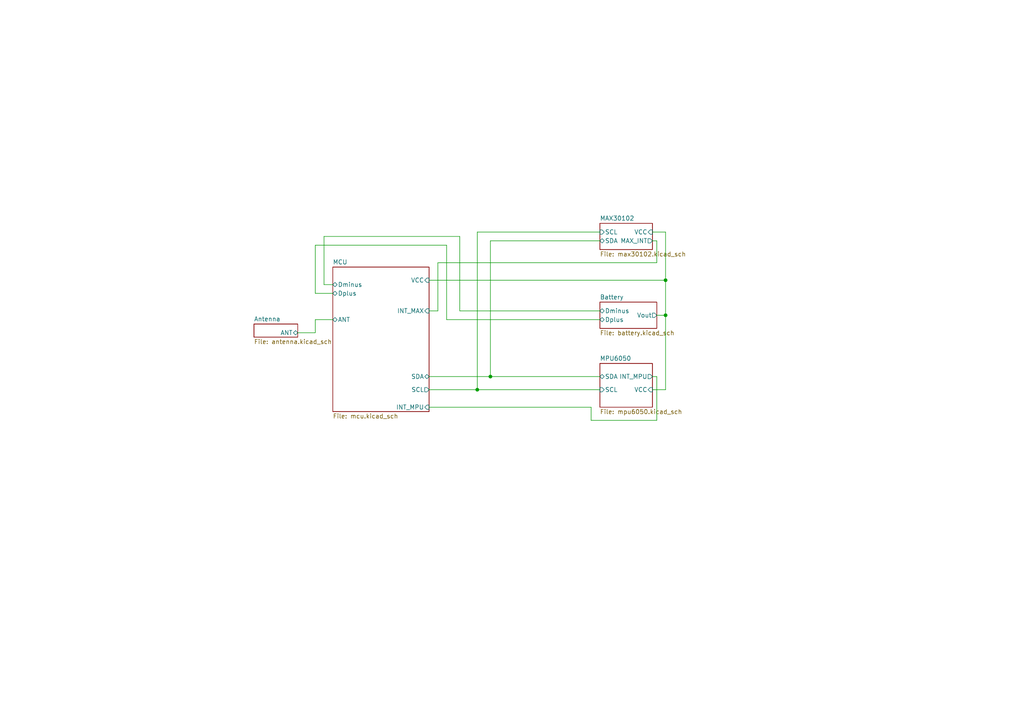
<source format=kicad_sch>
(kicad_sch
	(version 20250114)
	(generator "eeschema")
	(generator_version "9.0")
	(uuid "1249f778-de2d-49b4-b768-08b76b87278f")
	(paper "A4")
	(lib_symbols)
	(junction
		(at 142.24 109.22)
		(diameter 0)
		(color 0 0 0 0)
		(uuid "d39f5e8a-dc0e-4083-8e9b-d9f70f226672")
	)
	(junction
		(at 193.04 91.44)
		(diameter 0)
		(color 0 0 0 0)
		(uuid "f483fe3e-547f-4006-bc2d-fc52345dc2f2")
	)
	(junction
		(at 138.43 113.03)
		(diameter 0)
		(color 0 0 0 0)
		(uuid "fa4e7e99-e1b0-4c7b-b7ed-79b453cbc823")
	)
	(junction
		(at 193.04 81.28)
		(diameter 0)
		(color 0 0 0 0)
		(uuid "fd7aa2f0-d4ab-415e-b5b7-1802ee5e4188")
	)
	(wire
		(pts
			(xy 190.5 91.44) (xy 193.04 91.44)
		)
		(stroke
			(width 0)
			(type default)
		)
		(uuid "016d2b30-e7eb-4ef5-97c5-2420325bb698")
	)
	(wire
		(pts
			(xy 171.45 118.11) (xy 171.45 121.92)
		)
		(stroke
			(width 0)
			(type default)
		)
		(uuid "0dabb240-0ec8-4257-b58d-a136616b3207")
	)
	(wire
		(pts
			(xy 193.04 67.31) (xy 193.04 81.28)
		)
		(stroke
			(width 0)
			(type default)
		)
		(uuid "0df4fee4-26dd-4de9-8b92-452b9909efd2")
	)
	(wire
		(pts
			(xy 91.44 96.52) (xy 91.44 92.71)
		)
		(stroke
			(width 0)
			(type default)
		)
		(uuid "116e3818-5dd7-4e86-bb51-54e2cd3507a5")
	)
	(wire
		(pts
			(xy 129.54 92.71) (xy 129.54 71.12)
		)
		(stroke
			(width 0)
			(type default)
		)
		(uuid "148bbd38-2f32-4d6b-aca9-b3ff55430d74")
	)
	(wire
		(pts
			(xy 93.98 82.55) (xy 96.52 82.55)
		)
		(stroke
			(width 0)
			(type default)
		)
		(uuid "19733687-d38e-4f06-bcfa-a02ec4f1700d")
	)
	(wire
		(pts
			(xy 190.5 121.92) (xy 190.5 109.22)
		)
		(stroke
			(width 0)
			(type default)
		)
		(uuid "1d794a98-c409-4282-985f-ae52e254bd8e")
	)
	(wire
		(pts
			(xy 138.43 113.03) (xy 173.99 113.03)
		)
		(stroke
			(width 0)
			(type default)
		)
		(uuid "32586c68-5520-4ad6-8408-0048c36b984a")
	)
	(wire
		(pts
			(xy 138.43 67.31) (xy 138.43 113.03)
		)
		(stroke
			(width 0)
			(type default)
		)
		(uuid "3d36f026-5102-46e8-a40c-bdad23d5e782")
	)
	(wire
		(pts
			(xy 129.54 71.12) (xy 91.44 71.12)
		)
		(stroke
			(width 0)
			(type default)
		)
		(uuid "41484ca5-ab95-4810-b225-3864366c176b")
	)
	(wire
		(pts
			(xy 93.98 68.58) (xy 93.98 82.55)
		)
		(stroke
			(width 0)
			(type default)
		)
		(uuid "489673b6-0a8f-428a-8671-646e8c126fc7")
	)
	(wire
		(pts
			(xy 124.46 118.11) (xy 171.45 118.11)
		)
		(stroke
			(width 0)
			(type default)
		)
		(uuid "58415859-deb1-42b2-a776-bad545b1d1a7")
	)
	(wire
		(pts
			(xy 173.99 69.85) (xy 142.24 69.85)
		)
		(stroke
			(width 0)
			(type default)
		)
		(uuid "5a693113-a43c-4ba4-86f0-8cda99ab55a2")
	)
	(wire
		(pts
			(xy 124.46 113.03) (xy 138.43 113.03)
		)
		(stroke
			(width 0)
			(type default)
		)
		(uuid "637f12b9-5946-4637-b79a-e63e88f1224a")
	)
	(wire
		(pts
			(xy 127 76.2) (xy 190.5 76.2)
		)
		(stroke
			(width 0)
			(type default)
		)
		(uuid "672eeb0b-bf31-4eed-92d0-5e7c6ccfc816")
	)
	(wire
		(pts
			(xy 138.43 67.31) (xy 173.99 67.31)
		)
		(stroke
			(width 0)
			(type default)
		)
		(uuid "6b6e1ff1-27de-459e-b89b-3e75d48f3497")
	)
	(wire
		(pts
			(xy 86.36 96.52) (xy 91.44 96.52)
		)
		(stroke
			(width 0)
			(type default)
		)
		(uuid "6e78bade-fe82-4968-ae12-733a33b25b9a")
	)
	(wire
		(pts
			(xy 189.23 67.31) (xy 193.04 67.31)
		)
		(stroke
			(width 0)
			(type default)
		)
		(uuid "76fa4876-83b0-408d-be62-dfb081d81fb1")
	)
	(wire
		(pts
			(xy 193.04 113.03) (xy 189.23 113.03)
		)
		(stroke
			(width 0)
			(type default)
		)
		(uuid "80938671-447d-42b2-b252-c6cce0122512")
	)
	(wire
		(pts
			(xy 133.35 68.58) (xy 93.98 68.58)
		)
		(stroke
			(width 0)
			(type default)
		)
		(uuid "82e5718f-3715-45b5-b0f5-ec0adb7f7507")
	)
	(wire
		(pts
			(xy 189.23 69.85) (xy 190.5 69.85)
		)
		(stroke
			(width 0)
			(type default)
		)
		(uuid "84aa4a26-3eb8-4095-bb10-13a5078e20f1")
	)
	(wire
		(pts
			(xy 190.5 76.2) (xy 190.5 69.85)
		)
		(stroke
			(width 0)
			(type default)
		)
		(uuid "8540e2ec-d980-4ef5-a738-5f560d909be3")
	)
	(wire
		(pts
			(xy 133.35 68.58) (xy 133.35 90.17)
		)
		(stroke
			(width 0)
			(type default)
		)
		(uuid "8920ac7f-b54b-4190-9d58-1c70538bbcd5")
	)
	(wire
		(pts
			(xy 124.46 109.22) (xy 142.24 109.22)
		)
		(stroke
			(width 0)
			(type default)
		)
		(uuid "909380dc-a403-4311-9084-34f864ef8ce1")
	)
	(wire
		(pts
			(xy 142.24 69.85) (xy 142.24 109.22)
		)
		(stroke
			(width 0)
			(type default)
		)
		(uuid "92abe903-5bb2-4fed-b995-5728464633f4")
	)
	(wire
		(pts
			(xy 193.04 81.28) (xy 193.04 91.44)
		)
		(stroke
			(width 0)
			(type default)
		)
		(uuid "93a34a18-1695-443d-b854-9495720ecd87")
	)
	(wire
		(pts
			(xy 91.44 92.71) (xy 96.52 92.71)
		)
		(stroke
			(width 0)
			(type default)
		)
		(uuid "94998b1a-9ef4-4bd2-bb2e-3d909c3491ca")
	)
	(wire
		(pts
			(xy 124.46 81.28) (xy 193.04 81.28)
		)
		(stroke
			(width 0)
			(type default)
		)
		(uuid "97299745-1ab3-4e3d-8b33-12b53535f4c2")
	)
	(wire
		(pts
			(xy 127 90.17) (xy 127 76.2)
		)
		(stroke
			(width 0)
			(type default)
		)
		(uuid "9fa420c0-ed34-4368-93f3-77de385c5960")
	)
	(wire
		(pts
			(xy 124.46 90.17) (xy 127 90.17)
		)
		(stroke
			(width 0)
			(type default)
		)
		(uuid "aea2b582-4b08-4151-ac43-30fcf4250be5")
	)
	(wire
		(pts
			(xy 91.44 85.09) (xy 96.52 85.09)
		)
		(stroke
			(width 0)
			(type default)
		)
		(uuid "be030c25-35d2-4e74-999f-b22e89006c71")
	)
	(wire
		(pts
			(xy 133.35 90.17) (xy 173.99 90.17)
		)
		(stroke
			(width 0)
			(type default)
		)
		(uuid "c00f0852-85a7-4b8f-88bc-fdd5ef64ba71")
	)
	(wire
		(pts
			(xy 173.99 92.71) (xy 129.54 92.71)
		)
		(stroke
			(width 0)
			(type default)
		)
		(uuid "d729e466-9126-4012-8341-e0f5e368ebde")
	)
	(wire
		(pts
			(xy 173.99 109.22) (xy 142.24 109.22)
		)
		(stroke
			(width 0)
			(type default)
		)
		(uuid "dcd8b7ad-d449-4e21-86a2-5d3ed020b88c")
	)
	(wire
		(pts
			(xy 189.23 109.22) (xy 190.5 109.22)
		)
		(stroke
			(width 0)
			(type default)
		)
		(uuid "e4545847-c4ab-48f8-b8b9-26c591485460")
	)
	(wire
		(pts
			(xy 91.44 71.12) (xy 91.44 85.09)
		)
		(stroke
			(width 0)
			(type default)
		)
		(uuid "ec9dabc3-0d52-45d1-a710-4128013fd1b3")
	)
	(wire
		(pts
			(xy 193.04 91.44) (xy 193.04 113.03)
		)
		(stroke
			(width 0)
			(type default)
		)
		(uuid "f6e859ad-26e9-4b79-b8a7-1f6a0f8cf670")
	)
	(wire
		(pts
			(xy 171.45 121.92) (xy 190.5 121.92)
		)
		(stroke
			(width 0)
			(type default)
		)
		(uuid "fbbad273-9cd4-401f-ac25-64f4a0fd27a4")
	)
	(sheet
		(at 173.99 87.63)
		(size 16.51 7.62)
		(exclude_from_sim no)
		(in_bom yes)
		(on_board yes)
		(dnp no)
		(fields_autoplaced yes)
		(stroke
			(width 0.1524)
			(type solid)
		)
		(fill
			(color 0 0 0 0.0000)
		)
		(uuid "229629cb-a49c-4768-b0e8-d6cfdb6777f2")
		(property "Sheetname" "Battery"
			(at 173.99 86.9184 0)
			(effects
				(font
					(size 1.27 1.27)
				)
				(justify left bottom)
			)
		)
		(property "Sheetfile" "battery.kicad_sch"
			(at 173.99 95.8346 0)
			(effects
				(font
					(size 1.27 1.27)
				)
				(justify left top)
			)
		)
		(pin "Vout" output
			(at 190.5 91.44 0)
			(uuid "293d1e59-b1c1-451e-b909-765ec4de7dd6")
			(effects
				(font
					(size 1.27 1.27)
				)
				(justify right)
			)
		)
		(pin "Dminus" bidirectional
			(at 173.99 90.17 180)
			(uuid "23a61790-f086-4410-89fd-63b125479c13")
			(effects
				(font
					(size 1.27 1.27)
				)
				(justify left)
			)
		)
		(pin "Dplus" bidirectional
			(at 173.99 92.71 180)
			(uuid "f808aa45-4370-470a-8326-0ecfa65743df")
			(effects
				(font
					(size 1.27 1.27)
				)
				(justify left)
			)
		)
		(instances
			(project "CareLoop_PCB"
				(path "/1249f778-de2d-49b4-b768-08b76b87278f"
					(page "5")
				)
			)
		)
	)
	(sheet
		(at 173.99 105.41)
		(size 15.24 12.7)
		(exclude_from_sim no)
		(in_bom yes)
		(on_board yes)
		(dnp no)
		(fields_autoplaced yes)
		(stroke
			(width 0.1524)
			(type solid)
		)
		(fill
			(color 0 0 0 0.0000)
		)
		(uuid "2740786f-be08-4dc9-b089-426f17e30b14")
		(property "Sheetname" "MPU6050"
			(at 173.99 104.6984 0)
			(effects
				(font
					(size 1.27 1.27)
				)
				(justify left bottom)
			)
		)
		(property "Sheetfile" "mpu6050.kicad_sch"
			(at 173.99 118.6946 0)
			(effects
				(font
					(size 1.27 1.27)
				)
				(justify left top)
			)
		)
		(pin "INT_MPU" output
			(at 189.23 109.22 0)
			(uuid "daa31a79-0a94-4fca-9c7e-1f1a4f98218e")
			(effects
				(font
					(size 1.27 1.27)
				)
				(justify right)
			)
		)
		(pin "SCL" input
			(at 173.99 113.03 180)
			(uuid "690426ad-1916-4d57-9453-d6100322bbbb")
			(effects
				(font
					(size 1.27 1.27)
				)
				(justify left)
			)
		)
		(pin "SDA" bidirectional
			(at 173.99 109.22 180)
			(uuid "bd72bd3e-173a-4547-89f0-c4f8dfe327fc")
			(effects
				(font
					(size 1.27 1.27)
				)
				(justify left)
			)
		)
		(pin "VCC" input
			(at 189.23 113.03 0)
			(uuid "b3318a48-b291-4aaf-ad08-d40d83cc3666")
			(effects
				(font
					(size 1.27 1.27)
				)
				(justify right)
			)
		)
		(instances
			(project "CareLoop_PCB"
				(path "/1249f778-de2d-49b4-b768-08b76b87278f"
					(page "4")
				)
			)
		)
	)
	(sheet
		(at 73.66 93.98)
		(size 12.7 3.81)
		(exclude_from_sim no)
		(in_bom yes)
		(on_board yes)
		(dnp no)
		(fields_autoplaced yes)
		(stroke
			(width 0.1524)
			(type solid)
		)
		(fill
			(color 0 0 0 0.0000)
		)
		(uuid "6a4240b2-fe07-4b72-99e3-52c15e65d120")
		(property "Sheetname" "Antenna"
			(at 73.66 93.2684 0)
			(effects
				(font
					(size 1.27 1.27)
				)
				(justify left bottom)
			)
		)
		(property "Sheetfile" "antenna.kicad_sch"
			(at 73.66 98.3746 0)
			(effects
				(font
					(size 1.27 1.27)
				)
				(justify left top)
			)
		)
		(property "Field2" ""
			(at 73.66 93.98 0)
			(effects
				(font
					(size 1.27 1.27)
				)
				(hide yes)
			)
		)
		(pin "ANT" bidirectional
			(at 86.36 96.52 0)
			(uuid "d76f4339-627f-49d7-befd-fab881d00d3b")
			(effects
				(font
					(size 1.27 1.27)
				)
				(justify right)
			)
		)
		(instances
			(project "CareLoop_PCB"
				(path "/1249f778-de2d-49b4-b768-08b76b87278f"
					(page "6")
				)
			)
		)
	)
	(sheet
		(at 173.99 64.77)
		(size 15.24 7.62)
		(exclude_from_sim no)
		(in_bom yes)
		(on_board yes)
		(dnp no)
		(fields_autoplaced yes)
		(stroke
			(width 0.1524)
			(type solid)
		)
		(fill
			(color 0 0 0 0.0000)
		)
		(uuid "b38cd729-7350-45f3-a38f-570d6a1e3d63")
		(property "Sheetname" "MAX30102"
			(at 173.99 64.0584 0)
			(effects
				(font
					(size 1.27 1.27)
				)
				(justify left bottom)
			)
		)
		(property "Sheetfile" "max30102.kicad_sch"
			(at 173.99 72.9746 0)
			(effects
				(font
					(size 1.27 1.27)
				)
				(justify left top)
			)
		)
		(pin "SCL" input
			(at 173.99 67.31 180)
			(uuid "42272260-6741-4bf3-9c14-6e46006e871f")
			(effects
				(font
					(size 1.27 1.27)
				)
				(justify left)
			)
		)
		(pin "SDA" bidirectional
			(at 173.99 69.85 180)
			(uuid "067a882c-7e32-4597-b662-6f46df95b730")
			(effects
				(font
					(size 1.27 1.27)
				)
				(justify left)
			)
		)
		(pin "VCC" input
			(at 189.23 67.31 0)
			(uuid "e0a03aea-fa51-413f-a183-3b826208b96d")
			(effects
				(font
					(size 1.27 1.27)
				)
				(justify right)
			)
		)
		(pin "MAX_INT" output
			(at 189.23 69.85 0)
			(uuid "c8070c7f-d184-4065-8a15-63f06feea937")
			(effects
				(font
					(size 1.27 1.27)
				)
				(justify right)
			)
		)
		(instances
			(project "CareLoop_PCB"
				(path "/1249f778-de2d-49b4-b768-08b76b87278f"
					(page "3")
				)
			)
		)
	)
	(sheet
		(at 96.52 77.47)
		(size 27.94 41.91)
		(exclude_from_sim no)
		(in_bom yes)
		(on_board yes)
		(dnp no)
		(fields_autoplaced yes)
		(stroke
			(width 0.1524)
			(type solid)
		)
		(fill
			(color 0 0 0 0.0000)
		)
		(uuid "e2760af2-fede-4cd0-b682-1484526d1bab")
		(property "Sheetname" "MCU"
			(at 96.52 76.7584 0)
			(effects
				(font
					(size 1.27 1.27)
				)
				(justify left bottom)
			)
		)
		(property "Sheetfile" "mcu.kicad_sch"
			(at 96.52 119.9646 0)
			(effects
				(font
					(size 1.27 1.27)
				)
				(justify left top)
			)
		)
		(pin "SCL" output
			(at 124.46 113.03 0)
			(uuid "e0146abf-c217-4cf7-9e17-444acb66821a")
			(effects
				(font
					(size 1.27 1.27)
				)
				(justify right)
			)
		)
		(pin "SDA" bidirectional
			(at 124.46 109.22 0)
			(uuid "c5e9e9ae-956a-4528-9cce-d630f9d02adf")
			(effects
				(font
					(size 1.27 1.27)
				)
				(justify right)
			)
		)
		(pin "VCC" input
			(at 124.46 81.28 0)
			(uuid "0d649c6d-6dfa-444b-bf11-781f65bdebd9")
			(effects
				(font
					(size 1.27 1.27)
				)
				(justify right)
			)
		)
		(pin "INT_MPU" input
			(at 124.46 118.11 0)
			(uuid "1ccba7fe-6f4b-4e70-9f3d-af8725c2766f")
			(effects
				(font
					(size 1.27 1.27)
				)
				(justify right)
			)
		)
		(pin "ANT" bidirectional
			(at 96.52 92.71 180)
			(uuid "a6c6e497-c193-4aa0-af5a-b440c02276c5")
			(effects
				(font
					(size 1.27 1.27)
				)
				(justify left)
			)
		)
		(pin "Dminus" bidirectional
			(at 96.52 82.55 180)
			(uuid "fc3c6770-7721-46f3-8f52-2af8ae1a2665")
			(effects
				(font
					(size 1.27 1.27)
				)
				(justify left)
			)
		)
		(pin "Dplus" bidirectional
			(at 96.52 85.09 180)
			(uuid "ca45ca73-cdf9-4d63-96f2-af7569ccba64")
			(effects
				(font
					(size 1.27 1.27)
				)
				(justify left)
			)
		)
		(pin "INT_MAX" input
			(at 124.46 90.17 0)
			(uuid "58e44e9c-89f5-4d48-be23-d8d13feceea3")
			(effects
				(font
					(size 1.27 1.27)
				)
				(justify right)
			)
		)
		(instances
			(project "CareLoop_PCB"
				(path "/1249f778-de2d-49b4-b768-08b76b87278f"
					(page "2")
				)
			)
		)
	)
	(sheet_instances
		(path "/"
			(page "1")
		)
	)
	(embedded_fonts no)
)

</source>
